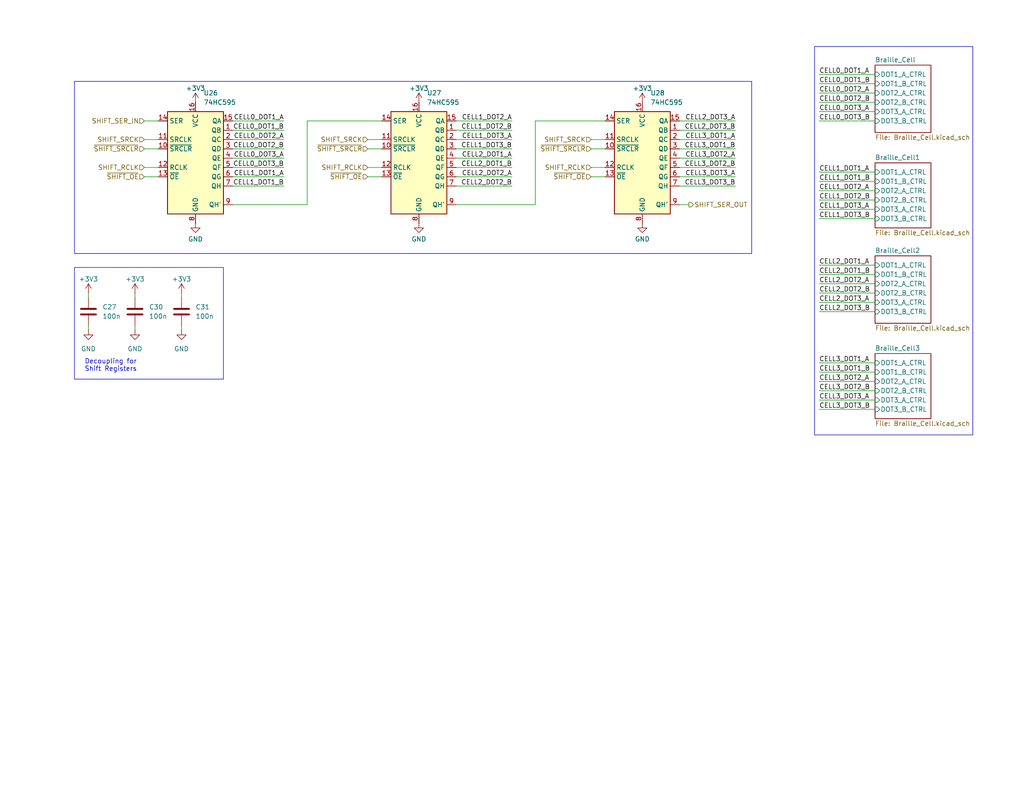
<source format=kicad_sch>
(kicad_sch (version 20231120) (generator "eeschema") (generator_version "8.0")
  (paper "USLetter")
  (title_block (date "2025-01-10") (rev "Type 5 Rev 1"))
  (lib_symbols
    (symbol "74xx:74HC595"
      (property "Reference" "U" (at -7.62 13.97 0))
      (property "Value" "74HC595" (at -7.62 -16.51 0))
      (symbol "74HC595_1_0"
        (pin tri_state line (at 10.16 7.62 180) (length 2.54) (name "QB") (number "1"))
        (pin input line (at -10.16 2.54 0) (length 2.54) (name "~{SRCLR}") (number "10"))
        (pin input line (at -10.16 5.08 0) (length 2.54) (name "SRCLK") (number "11"))
        (pin input line (at -10.16 -2.54 0) (length 2.54) (name "RCLK") (number "12"))
        (pin input line (at -10.16 -5.08 0) (length 2.54) (name "~{OE}") (number "13"))
        (pin input line (at -10.16 10.16 0) (length 2.54) (name "SER") (number "14"))
        (pin tri_state line (at 10.16 10.16 180) (length 2.54) (name "QA") (number "15"))
        (pin power_in line (at 0 15.24 270) (length 2.54) (name "VCC") (number "16"))
        (pin tri_state line (at 10.16 5.08 180) (length 2.54) (name "QC") (number "2"))
        (pin tri_state line (at 10.16 2.54 180) (length 2.54) (name "QD") (number "3"))
        (pin tri_state line (at 10.16 0 180) (length 2.54) (name "QE") (number "4"))
        (pin tri_state line (at 10.16 -2.54 180) (length 2.54) (name "QF") (number "5"))
        (pin tri_state line (at 10.16 -5.08 180) (length 2.54) (name "QG") (number "6"))
        (pin tri_state line (at 10.16 -7.62 180) (length 2.54) (name "QH") (number "7"))
        (pin power_in line (at 0 -17.78 90) (length 2.54) (name "GND") (number "8"))
        (pin output line (at 10.16 -12.7 180) (length 2.54) (name "QH'") (number "9"))
      )
      (symbol "74HC595_1_1"
        (rectangle (start -7.62 12.7) (end 7.62 -15.24) (stroke (width 0.254)) (fill (type background)))
      )
    )
    (symbol "Device:C" (pin_numbers hide) (pin_names (offset 0.254))
      (property "Reference" "C" (at 0.635 2.54 0))
      (property "Value" "C" (at 0.635 -2.54 0))
      (symbol "C_0_1"
        (polyline (pts (xy -2.032 -0.762) (xy 2.032 -0.762)) (stroke (width 0.508)))
        (polyline (pts (xy -2.032 0.762) (xy 2.032 0.762)) (stroke (width 0.508)))
      )
      (symbol "C_1_1"
        (pin passive line (at 0 3.81 270) (length 2.794) (name "~") (number "1"))
        (pin passive line (at 0 -3.81 90) (length 2.794) (name "~") (number "2"))
      )
    )
    (symbol "power:+3V3" (power) (pin_numbers hide) (pin_names (offset 0) hide)
      (property "Value" "+3V3" (at 0 3.556 0))
      (symbol "+3V3_0_1"
        (polyline (pts (xy -0.762 1.27) (xy 0 2.54)))
        (polyline (pts (xy 0 0) (xy 0 2.54)))
        (polyline (pts (xy 0 2.54) (xy 0.762 1.27)))
      )
      (symbol "+3V3_1_1"
        (pin power_in line (at 0 0 90) (length 0) (name "~") (number "1"))
      )
    )
    (symbol "power:GND" (power) (pin_numbers hide) (pin_names (offset 0) hide)
      (property "Value" "GND" (at 0 -3.81 0))
      (symbol "GND_0_1"
        (polyline (pts (xy 0 0) (xy 0 -1.27) (xy 1.27 -1.27) (xy 0 -2.54) (xy -1.27 -1.27) (xy 0 -1.27)))
      )
      (symbol "GND_1_1"
        (pin power_in line (at 0 0 270) (length 0) (name "~") (number "1"))
      )
    )
  )
  (wire (pts (xy 39.37 40.64) (xy 43.18 40.64)))
  (wire (pts (xy 223.52 25.4) (xy 238.76 25.4)))
  (wire (pts (xy 77.47 48.26) (xy 63.5 48.26)))
  (wire (pts (xy 223.52 80.01) (xy 238.76 80.01)))
  (wire (pts (xy 36.83 80.01) (xy 36.83 81.28)))
  (wire (pts (xy 185.42 55.88) (xy 187.96 55.88)))
  (wire (pts (xy 200.66 40.64) (xy 185.42 40.64)))
  (wire (pts (xy 24.13 88.9) (xy 24.13 90.17)))
  (wire (pts (xy 36.83 88.9) (xy 36.83 90.17)))
  (wire (pts (xy 124.46 55.88) (xy 146.05 55.88)))
  (wire (pts (xy 39.37 38.1) (xy 43.18 38.1)))
  (wire (pts (xy 185.42 45.72) (xy 200.66 45.72)))
  (wire (pts (xy 223.52 30.48) (xy 238.76 30.48)))
  (wire (pts (xy 49.53 80.01) (xy 49.53 81.28)))
  (wire (pts (xy 39.37 45.72) (xy 43.18 45.72)))
  (wire (pts (xy 100.33 45.72) (xy 104.14 45.72)))
  (wire (pts (xy 77.47 40.64) (xy 63.5 40.64)))
  (wire (pts (xy 200.66 35.56) (xy 185.42 35.56)))
  (wire (pts (xy 223.52 85.09) (xy 238.76 85.09)))
  (wire (pts (xy 139.7 43.18) (xy 124.46 43.18)))
  (wire (pts (xy 100.33 40.64) (xy 104.14 40.64)))
  (wire (pts (xy 223.52 46.99) (xy 238.76 46.99)))
  (wire (pts (xy 77.47 38.1) (xy 63.5 38.1)))
  (wire (pts (xy 223.52 33.02) (xy 238.76 33.02)))
  (wire (pts (xy 77.47 43.18) (xy 63.5 43.18)))
  (wire (pts (xy 77.47 33.02) (xy 63.5 33.02)))
  (wire (pts (xy 223.52 104.14) (xy 238.76 104.14)))
  (wire (pts (xy 161.29 38.1) (xy 165.1 38.1)))
  (wire (pts (xy 223.52 74.93) (xy 238.76 74.93)))
  (wire (pts (xy 200.66 38.1) (xy 185.42 38.1)))
  (wire (pts (xy 77.47 50.8) (xy 63.5 50.8)))
  (wire (pts (xy 49.53 88.9) (xy 49.53 90.17)))
  (wire (pts (xy 100.33 48.26) (xy 104.14 48.26)))
  (wire (pts (xy 139.7 50.8) (xy 124.46 50.8)))
  (wire (pts (xy 146.05 55.88) (xy 146.05 33.02)))
  (wire (pts (xy 39.37 48.26) (xy 43.18 48.26)))
  (wire (pts (xy 223.52 77.47) (xy 238.76 77.47)))
  (wire (pts (xy 223.52 27.94) (xy 238.76 27.94)))
  (wire (pts (xy 39.37 33.02) (xy 43.18 33.02)))
  (wire (pts (xy 223.52 59.69) (xy 238.76 59.69)))
  (wire (pts (xy 139.7 40.64) (xy 124.46 40.64)))
  (wire (pts (xy 83.82 55.88) (xy 83.82 33.02)))
  (wire (pts (xy 200.66 43.18) (xy 185.42 43.18)))
  (wire (pts (xy 223.52 54.61) (xy 238.76 54.61)))
  (wire (pts (xy 223.52 101.6) (xy 238.76 101.6)))
  (wire (pts (xy 223.52 111.76) (xy 238.76 111.76)))
  (wire (pts (xy 223.52 49.53) (xy 238.76 49.53)))
  (wire (pts (xy 161.29 45.72) (xy 165.1 45.72)))
  (wire (pts (xy 200.66 48.26) (xy 185.42 48.26)))
  (wire (pts (xy 139.7 38.1) (xy 124.46 38.1)))
  (wire (pts (xy 63.5 55.88) (xy 83.82 55.88)))
  (wire (pts (xy 200.66 33.02) (xy 185.42 33.02)))
  (wire (pts (xy 223.52 82.55) (xy 238.76 82.55)))
  (wire (pts (xy 24.13 80.01) (xy 24.13 81.28)))
  (wire (pts (xy 100.33 38.1) (xy 104.14 38.1)))
  (wire (pts (xy 139.7 35.56) (xy 124.46 35.56)))
  (wire (pts (xy 223.52 20.32) (xy 238.76 20.32)))
  (wire (pts (xy 223.52 99.06) (xy 238.76 99.06)))
  (wire (pts (xy 77.47 45.72) (xy 63.5 45.72)))
  (wire (pts (xy 223.52 52.07) (xy 238.76 52.07)))
  (wire (pts (xy 223.52 72.39) (xy 238.76 72.39)))
  (wire (pts (xy 139.7 45.72) (xy 124.46 45.72)))
  (wire (pts (xy 77.47 35.56) (xy 63.5 35.56)))
  (wire (pts (xy 223.52 57.15) (xy 238.76 57.15)))
  (wire (pts (xy 223.52 106.68) (xy 238.76 106.68)))
  (wire (pts (xy 223.52 109.22) (xy 238.76 109.22)))
  (wire (pts (xy 83.82 33.02) (xy 104.14 33.02)))
  (wire (pts (xy 161.29 48.26) (xy 165.1 48.26)))
  (wire (pts (xy 161.29 40.64) (xy 165.1 40.64)))
  (wire (pts (xy 139.7 48.26) (xy 124.46 48.26)))
  (wire (pts (xy 139.7 33.02) (xy 124.46 33.02)))
  (wire (pts (xy 200.66 50.8) (xy 185.42 50.8)))
  (wire (pts (xy 223.52 22.86) (xy 238.76 22.86)))
  (wire (pts (xy 146.05 33.02) (xy 165.1 33.02)))
  (rectangle (start 20.32 73.025) (end 60.96 103.505))
  (rectangle (start 222.25 12.7) (end 265.43 118.745))
  (rectangle (start 20.32 22.225) (end 205.105 69.215))
  (text "Decoupling for\nShift Registers" (at 30.226 99.822 0) (effects (font (size 1.27 1.27))))
  (label "CELL0_DOT2_B" (at 223.52 27.94 0))
  (label "CELL2_DOT3_A" (at 200.66 33.02 180))
  (label "CELL2_DOT2_B" (at 139.7 50.8 180))
  (label "CELL1_DOT3_B" (at 139.7 40.64 180))
  (label "CELL2_DOT2_A" (at 139.7 48.26 180))
  (label "CELL0_DOT1_A" (at 223.52 20.32 0))
  (label "CELL0_DOT2_B" (at 77.47 40.64 180))
  (label "CELL3_DOT2_A" (at 200.66 43.18 180))
  (label "CELL3_DOT1_B" (at 200.66 40.64 180))
  (label "CELL2_DOT3_A" (at 223.52 82.55 0))
  (label "CELL1_DOT1_B" (at 77.47 50.8 180))
  (label "CELL0_DOT1_A" (at 77.47 33.02 180))
  (label "CELL2_DOT2_A" (at 223.52 77.47 0))
  (label "CELL1_DOT3_B" (at 223.52 59.69 0))
  (label "CELL3_DOT1_A" (at 223.52 99.06 0))
  (label "CELL2_DOT1_B" (at 139.7 45.72 180))
  (label "CELL2_DOT3_B" (at 223.52 85.09 0))
  (label "CELL0_DOT3_B" (at 77.47 45.72 180))
  (label "CELL1_DOT1_B" (at 223.52 49.53 0))
  (label "CELL3_DOT2_A" (at 223.52 104.14 0))
  (label "CELL1_DOT3_A" (at 139.7 38.1 180))
  (label "CELL3_DOT2_B" (at 223.52 106.68 0))
  (label "CELL1_DOT2_B" (at 139.7 35.56 180))
  (label "CELL0_DOT3_A" (at 223.52 30.48 0))
  (label "CELL0_DOT1_B" (at 223.52 22.86 0))
  (label "CELL3_DOT2_B" (at 200.66 45.72 180))
  (label "CELL1_DOT1_A" (at 77.47 48.26 180))
  (label "CELL0_DOT2_A" (at 223.52 25.4 0))
  (label "CELL3_DOT3_A" (at 200.66 48.26 180))
  (label "CELL1_DOT2_A" (at 223.52 52.07 0))
  (label "CELL2_DOT2_B" (at 223.52 80.01 0))
  (label "CELL2_DOT1_A" (at 223.52 72.39 0))
  (label "CELL1_DOT2_A" (at 139.7 33.02 180))
  (label "CELL0_DOT2_A" (at 77.47 38.1 180))
  (label "CELL3_DOT3_B" (at 200.66 50.8 180))
  (label "CELL3_DOT1_A" (at 200.66 38.1 180))
  (label "CELL3_DOT3_B" (at 223.52 111.76 0))
  (label "CELL2_DOT1_A" (at 139.7 43.18 180))
  (label "CELL2_DOT1_B" (at 223.52 74.93 0))
  (label "CELL3_DOT3_A" (at 223.52 109.22 0))
  (label "CELL1_DOT3_A" (at 223.52 57.15 0))
  (label "CELL0_DOT1_B" (at 77.47 35.56 180))
  (label "CELL2_DOT3_B" (at 200.66 35.56 180))
  (label "CELL1_DOT2_B" (at 223.52 54.61 0))
  (label "CELL3_DOT1_B" (at 223.52 101.6 0))
  (label "CELL0_DOT3_B" (at 223.52 33.02 0))
  (label "CELL1_DOT1_A" (at 223.52 46.99 0))
  (label "CELL0_DOT3_A" (at 77.47 43.18 180))
  (hierarchical_label "SHIFT_SRCK" (shape input) (at 100.33 38.1 180))
  (hierarchical_label "SHIFT_SER_OUT" (shape output) (at 187.96 55.88 0))
  (hierarchical_label "~{SHIFT_SRCLR}" (shape input) (at 39.37 40.64 180))
  (hierarchical_label "SHIFT_SRCK" (shape input) (at 39.37 38.1 180))
  (hierarchical_label "SHIFT_SER_IN" (shape input) (at 39.37 33.02 180))
  (hierarchical_label "SHIFT_SRCK" (shape input) (at 161.29 38.1 180))
  (hierarchical_label "SHIFT_RCLK" (shape input) (at 100.33 45.72 180))
  (hierarchical_label "SHIFT_RCLK" (shape input) (at 39.37 45.72 180))
  (hierarchical_label "SHIFT_RCLK" (shape input) (at 161.29 45.72 180))
  (hierarchical_label "~{SHIFT_SRCLR}" (shape input) (at 100.33 40.64 180))
  (hierarchical_label "~{SHIFT_OE}" (shape input) (at 100.33 48.26 180))
  (hierarchical_label "~{SHIFT_OE}" (shape input) (at 161.29 48.26 180))
  (hierarchical_label "~{SHIFT_OE}" (shape input) (at 39.37 48.26 180))
  (hierarchical_label "~{SHIFT_SRCLR}" (shape input) (at 161.29 40.64 180))
  (symbol (lib_id "power:+3V3") (at 175.26 27.94 0) (unit 1)
    (property "Reference" "#PWR0117" (effects (hide yes)))
    (property "Value" "+3V3" (at 175.26 24.13 0))
    (property "Description" "Power symbol creates a global label with name \"+3V3\"" (effects (hide yes)))
  )
  (symbol (lib_id "74xx:74HC595") (at 53.34 43.18 0) (unit 1)
    (property "Reference" "U26" (at 55.5341 25.4 0) (effects (justify left)))
    (property "Value" "74HC595" (at 55.5341 27.94 0) (effects (justify left)))
    (property "Footprint" "Package_SO:SOP-16_3.9x9.9mm_P1.27mm" (effects (hide yes)))
    (property "Datasheet" "http://www.ti.com/lit/ds/symlink/sn74hc595.pdf" (effects (hide yes)))
    (property "Description" "8-bit serial in/out Shift Register 3-State Outputs" (effects (hide yes)))
  )
  (symbol (lib_id "power:GND") (at 53.34 60.96 0) (unit 1)
    (property "Reference" "#PWR0114" (effects (hide yes)))
    (property "Value" "GND" (at 53.34 65.278 0))
    (property "Description" "Power symbol creates a global label with name \"GND\" , ground" (effects (hide yes)))
  )
  (symbol (lib_id "power:+3V3") (at 36.83 80.01 0) (unit 1)
    (property "Reference" "#PWR0132" (effects (hide yes)))
    (property "Value" "+3V3" (at 36.83 76.2 0))
    (property "Description" "Power symbol creates a global label with name \"+3V3\"" (effects (hide yes)))
  )
  (symbol (lib_id "power:+3V3") (at 53.34 27.94 0) (unit 1)
    (property "Reference" "#PWR0113" (effects (hide yes)))
    (property "Value" "+3V3" (at 53.34 24.13 0))
    (property "Description" "Power symbol creates a global label with name \"+3V3\"" (effects (hide yes)))
  )
  (symbol (lib_id "Device:C") (at 24.13 85.09 0) (unit 1)
    (property "Reference" "C27" (at 27.94 83.8199 0) (effects (justify left)))
    (property "Value" "100n" (at 27.94 86.3599 0) (effects (justify left)))
    (property "Footprint" "Capacitor_SMD:C_0603_1608Metric_Pad1.08x0.95mm_HandSolder" (effects (hide yes)))
    (property "Description" "Unpolarized capacitor" (effects (hide yes)))
  )
  (symbol (lib_id "power:+3V3") (at 114.3 27.94 0) (unit 1)
    (property "Reference" "#PWR0115" (effects (hide yes)))
    (property "Value" "+3V3" (at 114.3 24.13 0))
    (property "Description" "Power symbol creates a global label with name \"+3V3\"" (effects (hide yes)))
  )
  (symbol (lib_id "74xx:74HC595") (at 114.3 43.18 0) (unit 1)
    (property "Reference" "U27" (at 116.4941 25.4 0) (effects (justify left)))
    (property "Value" "74HC595" (at 116.4941 27.94 0) (effects (justify left)))
    (property "Footprint" "Package_SO:SOP-16_3.9x9.9mm_P1.27mm" (effects (hide yes)))
    (property "Datasheet" "http://www.ti.com/lit/ds/symlink/sn74hc595.pdf" (effects (hide yes)))
    (property "Description" "8-bit serial in/out Shift Register 3-State Outputs" (effects (hide yes)))
  )
  (symbol (lib_id "Device:C") (at 36.83 85.09 0) (unit 1)
    (property "Reference" "C30" (at 40.64 83.8199 0) (effects (justify left)))
    (property "Value" "100n" (at 40.64 86.3599 0) (effects (justify left)))
    (property "Footprint" "Capacitor_SMD:C_0603_1608Metric_Pad1.08x0.95mm_HandSolder" (effects (hide yes)))
    (property "Description" "Unpolarized capacitor" (effects (hide yes)))
  )
  (symbol (lib_id "power:GND") (at 36.83 90.17 0) (unit 1)
    (property "Reference" "#PWR0135" (effects (hide yes)))
    (property "Value" "GND" (at 36.83 95.25 0))
    (property "Description" "Power symbol creates a global label with name \"GND\" , ground" (effects (hide yes)))
  )
  (symbol (lib_id "power:GND") (at 24.13 90.17 0) (unit 1)
    (property "Reference" "#PWR0133" (effects (hide yes)))
    (property "Value" "GND" (at 24.13 95.25 0))
    (property "Description" "Power symbol creates a global label with name \"GND\" , ground" (effects (hide yes)))
  )
  (symbol (lib_id "power:GND") (at 175.26 60.96 0) (unit 1)
    (property "Reference" "#PWR0118" (effects (hide yes)))
    (property "Value" "GND" (at 175.26 65.278 0))
    (property "Description" "Power symbol creates a global label with name \"GND\" , ground" (effects (hide yes)))
  )
  (symbol (lib_id "power:GND") (at 49.53 90.17 0) (unit 1)
    (property "Reference" "#PWR0137" (effects (hide yes)))
    (property "Value" "GND" (at 49.53 95.25 0))
    (property "Description" "Power symbol creates a global label with name \"GND\" , ground" (effects (hide yes)))
  )
  (symbol (lib_id "power:+3V3") (at 49.53 80.01 0) (unit 1)
    (property "Reference" "#PWR0136" (effects (hide yes)))
    (property "Value" "+3V3" (at 49.53 76.2 0))
    (property "Description" "Power symbol creates a global label with name \"+3V3\"" (effects (hide yes)))
  )
  (symbol (lib_id "Device:C") (at 49.53 85.09 0) (unit 1)
    (property "Reference" "C31" (at 53.34 83.8199 0) (effects (justify left)))
    (property "Value" "100n" (at 53.34 86.3599 0) (effects (justify left)))
    (property "Footprint" "Capacitor_SMD:C_0603_1608Metric_Pad1.08x0.95mm_HandSolder" (effects (hide yes)))
    (property "Description" "Unpolarized capacitor" (effects (hide yes)))
  )
  (symbol (lib_id "74xx:74HC595") (at 175.26 43.18 0) (unit 1)
    (property "Reference" "U28" (at 177.4541 25.4 0) (effects (justify left)))
    (property "Value" "74HC595" (at 177.4541 27.94 0) (effects (justify left)))
    (property "Footprint" "Package_SO:SOP-16_3.9x9.9mm_P1.27mm" (effects (hide yes)))
    (property "Datasheet" "http://www.ti.com/lit/ds/symlink/sn74hc595.pdf" (effects (hide yes)))
    (property "Description" "8-bit serial in/out Shift Register 3-State Outputs" (effects (hide yes)))
  )
  (symbol (lib_id "power:+3V3") (at 24.13 80.01 0) (unit 1)
    (property "Reference" "#PWR0134" (effects (hide yes)))
    (property "Value" "+3V3" (at 24.13 76.2 0))
    (property "Description" "Power symbol creates a global label with name \"+3V3\"" (effects (hide yes)))
  )
  (symbol (lib_id "power:GND") (at 114.3 60.96 0) (unit 1)
    (property "Reference" "#PWR0116" (effects (hide yes)))
    (property "Value" "GND" (at 114.3 65.278 0))
    (property "Description" "Power symbol creates a global label with name \"GND\" , ground" (effects (hide yes)))
  )
  (sheet (at 238.76 44.45) (size 15.24 17.78) (stroke (width 0.1524))
    (property "Sheetname" "Braille_Cell1" (at 238.76 43.7384 0) (effects (justify left bottom)))
    (property "Sheetfile" "Braille_Cell.kicad_sch" (at 238.76 62.8146 0) (effects (justify left top)))
    (pin "DOT2_A_CTRL" input (at 238.76 52.07 180))
    (pin "DOT2_B_CTRL" input (at 238.76 54.61 180))
    (pin "DOT3_A_CTRL" input (at 238.76 57.15 180))
    (pin "DOT3_B_CTRL" input (at 238.76 59.69 180))
    (pin "DOT1_A_CTRL" input (at 238.76 46.99 180))
    (pin "DOT1_B_CTRL" input (at 238.76 49.53 180))
  )
  (sheet (at 238.76 69.85) (size 15.24 18.415) (stroke (width 0.1524))
    (property "Sheetname" "Braille_Cell2" (at 238.76 69.1384 0) (effects (justify left bottom)))
    (property "Sheetfile" "Braille_Cell.kicad_sch" (at 238.76 88.8496 0) (effects (justify left top)))
    (pin "DOT2_A_CTRL" input (at 238.76 77.47 180))
    (pin "DOT2_B_CTRL" input (at 238.76 80.01 180))
    (pin "DOT3_A_CTRL" input (at 238.76 82.55 180))
    (pin "DOT3_B_CTRL" input (at 238.76 85.09 180))
    (pin "DOT1_A_CTRL" input (at 238.76 72.39 180))
    (pin "DOT1_B_CTRL" input (at 238.76 74.93 180))
  )
  (sheet (at 238.76 96.52) (size 15.24 17.78) (stroke (width 0.1524))
    (property "Sheetname" "Braille_Cell3" (at 238.76 95.8084 0) (effects (justify left bottom)))
    (property "Sheetfile" "Braille_Cell.kicad_sch" (at 238.76 114.8846 0) (effects (justify left top)))
    (pin "DOT2_A_CTRL" input (at 238.76 104.14 180))
    (pin "DOT2_B_CTRL" input (at 238.76 106.68 180))
    (pin "DOT3_A_CTRL" input (at 238.76 109.22 180))
    (pin "DOT3_B_CTRL" input (at 238.76 111.76 180))
    (pin "DOT1_A_CTRL" input (at 238.76 99.06 180))
    (pin "DOT1_B_CTRL" input (at 238.76 101.6 180))
  )
  (sheet (at 238.76 17.78) (size 15.24 18.415) (stroke (width 0.1524))
    (property "Sheetname" "Braille_Cell" (at 238.76 17.0684 0) (effects (justify left bottom)))
    (property "Sheetfile" "Braille_Cell.kicad_sch" (at 238.76 36.7796 0) (effects (justify left top)))
    (pin "DOT2_A_CTRL" input (at 238.76 25.4 180))
    (pin "DOT2_B_CTRL" input (at 238.76 27.94 180))
    (pin "DOT3_A_CTRL" input (at 238.76 30.48 180))
    (pin "DOT3_B_CTRL" input (at 238.76 33.02 180))
    (pin "DOT1_A_CTRL" input (at 238.76 20.32 180))
    (pin "DOT1_B_CTRL" input (at 238.76 22.86 180))
  )
)
</source>
